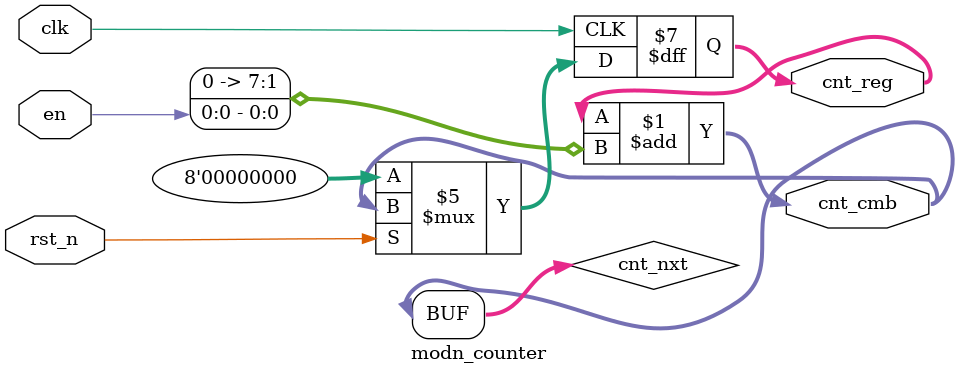
<source format=v>
`timescale 1ns / 1ps

/*
Author: Michael Fallon

Design Name:  modn_counter
Tool Versions: Vivado 2020.2

Description: This is a binary to gray code conversion module. The input
is an unsigned binary number and the output is the gray code version.

The basic design is a binary counter which increments each clock cycle
that the enable bit is asserted. Note that this is a mod-n counter,
meaning that this design will increment until it reaches a value of
2**P_NUM_BITS - 1, at which point it rolls back over to zero.

The algorithm to convert to gray code is as follows:
    - The MSB is passed directly through
    - For all other bits, the gray code bit at index i can be found by
      XORing the ith bit in the binary counter with the ith+1 bit

    example: binary 1011 -> gray 1110
        bit 3: 1 -> 1       (MSB passed directly through)
        bit 2: 0 -> 0^1 = 1 (xor bits 2 and 3 from binary counter)
        bit 1: 1 -> 1^0 = 1 (xor bits 1 and 2 from binary counter)
        bit 0: 1 -> 1^1 = 0 (xor bits 0 and 1 from binary counter)

The output of the binary and gray counter is registered. The next binary
count is also made available combinationally to drive the synchronous read

Parameters
    P_NUM_BITS: the number of bits in the mod-n counter

*/

module modn_counter #(
    parameter   P_NUM_BITS = 8
    )(
    // Write domain
    input   wire                        clk,
    input   wire                        rst_n,
    input   wire                        en,
    output  wire    [P_NUM_BITS-1:0]    cnt_cmb,
    output  reg     [P_NUM_BITS-1:0]    cnt_reg
    );

    wire    [P_NUM_BITS-1:0]    cnt_nxt;

    assign cnt_nxt = cnt_reg + {{P_NUM_BITS-1{1'b0}}, en};
    assign cnt_cmb = cnt_nxt;


    always @(posedge clk) begin
        if (~rst_n) begin
            cnt_reg     <= 0;
        end

        else begin
            cnt_reg     <= cnt_nxt;
        end
    end
endmodule
</source>
